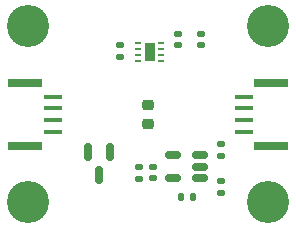
<source format=gbr>
%TF.GenerationSoftware,KiCad,Pcbnew,7.0.2-6a45011f42~172~ubuntu22.04.1*%
%TF.CreationDate,2023-09-15T13:09:00-07:00*%
%TF.ProjectId,i_control_led,695f636f-6e74-4726-9f6c-5f6c65642e6b,rev?*%
%TF.SameCoordinates,Original*%
%TF.FileFunction,Soldermask,Top*%
%TF.FilePolarity,Negative*%
%FSLAX46Y46*%
G04 Gerber Fmt 4.6, Leading zero omitted, Abs format (unit mm)*
G04 Created by KiCad (PCBNEW 7.0.2-6a45011f42~172~ubuntu22.04.1) date 2023-09-15 13:09:00*
%MOMM*%
%LPD*%
G01*
G04 APERTURE LIST*
G04 Aperture macros list*
%AMRoundRect*
0 Rectangle with rounded corners*
0 $1 Rounding radius*
0 $2 $3 $4 $5 $6 $7 $8 $9 X,Y pos of 4 corners*
0 Add a 4 corners polygon primitive as box body*
4,1,4,$2,$3,$4,$5,$6,$7,$8,$9,$2,$3,0*
0 Add four circle primitives for the rounded corners*
1,1,$1+$1,$2,$3*
1,1,$1+$1,$4,$5*
1,1,$1+$1,$6,$7*
1,1,$1+$1,$8,$9*
0 Add four rect primitives between the rounded corners*
20,1,$1+$1,$2,$3,$4,$5,0*
20,1,$1+$1,$4,$5,$6,$7,0*
20,1,$1+$1,$6,$7,$8,$9,0*
20,1,$1+$1,$8,$9,$2,$3,0*%
G04 Aperture macros list end*
%ADD10C,3.570000*%
%ADD11RoundRect,0.218750X-0.256250X0.218750X-0.256250X-0.218750X0.256250X-0.218750X0.256250X0.218750X0*%
%ADD12R,3.000000X0.800000*%
%ADD13R,1.600000X0.400000*%
%ADD14RoundRect,0.135000X-0.185000X0.135000X-0.185000X-0.135000X0.185000X-0.135000X0.185000X0.135000X0*%
%ADD15RoundRect,0.150000X0.512500X0.150000X-0.512500X0.150000X-0.512500X-0.150000X0.512500X-0.150000X0*%
%ADD16RoundRect,0.140000X0.170000X-0.140000X0.170000X0.140000X-0.170000X0.140000X-0.170000X-0.140000X0*%
%ADD17R,0.500000X0.250000*%
%ADD18R,0.900000X1.600000*%
%ADD19RoundRect,0.135000X0.185000X-0.135000X0.185000X0.135000X-0.185000X0.135000X-0.185000X-0.135000X0*%
%ADD20RoundRect,0.135000X-0.135000X-0.185000X0.135000X-0.185000X0.135000X0.185000X-0.135000X0.185000X0*%
%ADD21RoundRect,0.140000X-0.170000X0.140000X-0.170000X-0.140000X0.170000X-0.140000X0.170000X0.140000X0*%
%ADD22RoundRect,0.150000X-0.150000X0.587500X-0.150000X-0.587500X0.150000X-0.587500X0.150000X0.587500X0*%
G04 APERTURE END LIST*
D10*
%TO.C,M1*%
X52540000Y-52540000D03*
%TD*%
%TO.C,M2*%
X72860000Y-52540000D03*
%TD*%
%TO.C,M3*%
X72860000Y-67460000D03*
%TD*%
%TO.C,M4*%
X52540000Y-67460000D03*
%TD*%
D11*
%TO.C,D1*%
X62700000Y-59212500D03*
X62700000Y-60787500D03*
%TD*%
D12*
%TO.C,J1*%
X52300000Y-62650000D03*
X52300000Y-57350000D03*
D13*
X54625000Y-58500000D03*
X54625000Y-59500000D03*
X54625000Y-60500000D03*
X54625000Y-61500000D03*
%TD*%
D12*
%TO.C,J2*%
X73100000Y-57350000D03*
X73100000Y-62650000D03*
D13*
X70775000Y-61500000D03*
X70775000Y-60500000D03*
X70775000Y-59500000D03*
X70775000Y-58500000D03*
%TD*%
D14*
%TO.C,R1*%
X68870000Y-62540000D03*
X68870000Y-63560000D03*
%TD*%
D15*
%TO.C,U2*%
X67100000Y-65375000D03*
X67100000Y-64425000D03*
X67100000Y-63475000D03*
X64825000Y-63475000D03*
X64825000Y-65375000D03*
%TD*%
D16*
%TO.C,C4*%
X63150000Y-65430000D03*
X63150000Y-64470000D03*
%TD*%
D17*
%TO.C,U1*%
X61875000Y-53990000D03*
X61875000Y-54490000D03*
X61875000Y-54990000D03*
X61875000Y-55490000D03*
X63775000Y-55490000D03*
X63775000Y-54990000D03*
X63775000Y-54490000D03*
X63775000Y-53990000D03*
D18*
X62825000Y-54740000D03*
%TD*%
D16*
%TO.C,C3*%
X67140000Y-54130000D03*
X67140000Y-53170000D03*
%TD*%
D19*
%TO.C,R3*%
X68880000Y-66630000D03*
X68880000Y-65610000D03*
%TD*%
D20*
%TO.C,R2*%
X65455000Y-66975000D03*
X66475000Y-66975000D03*
%TD*%
D21*
%TO.C,C1*%
X65200000Y-53185000D03*
X65200000Y-54145000D03*
%TD*%
D16*
%TO.C,C5*%
X61925000Y-65435000D03*
X61925000Y-64475000D03*
%TD*%
D22*
%TO.C,Q1*%
X59500000Y-63225000D03*
X57600000Y-63225000D03*
X58550000Y-65100000D03*
%TD*%
D16*
%TO.C,C2*%
X60330000Y-55110000D03*
X60330000Y-54150000D03*
%TD*%
M02*

</source>
